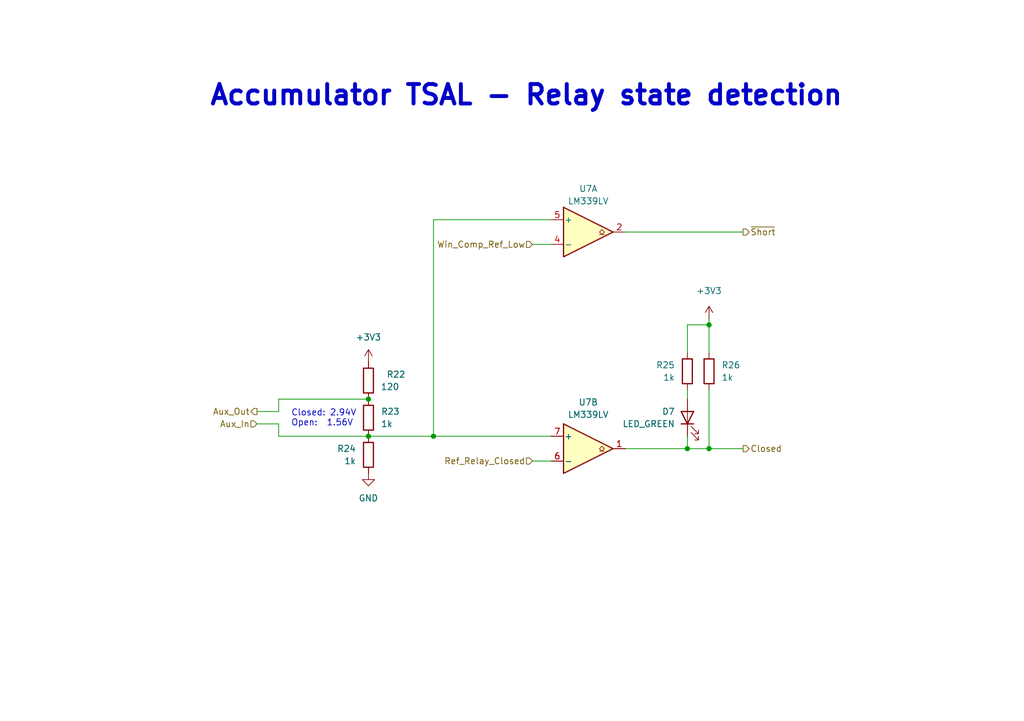
<source format=kicad_sch>
(kicad_sch (version 20231120) (generator "eeschema") (generator_version "8.0")
  (paper "A5")
  (title_block (comment 2 "Accumulator TSAL - Relay state detection"))
  (lib_symbols
    (symbol "Comparator:LM339" (pin_names (offset 0.127))
      (property "Reference" "U" (at 0 5.08 0))
      (property "Value" "LM339" (at 0 -5.08 0))
      (symbol "LM339_1_1"
        (polyline (pts (xy -5.08 5.08) (xy 5.08 0) (xy -5.08 -5.08) (xy -5.08 5.08)) (stroke (width 0.254)) (fill (type background)))
        (polyline (pts (xy 3.302 -0.508) (xy 2.794 -0.508) (xy 3.302 0) (xy 2.794 0.508) (xy 2.286 0) (xy 2.794 -0.508) (xy 2.286 -0.508)) (stroke (width 0.127)))
        (pin open_collector line (at 7.62 0 180) (length 2.54) (name "~") (number "2"))
        (pin input line (at -7.62 -2.54 0) (length 2.54) (name "-") (number "4"))
        (pin input line (at -7.62 2.54 0) (length 2.54) (name "+") (number "5"))
      )
      (symbol "LM339_2_1"
        (polyline (pts (xy -5.08 5.08) (xy 5.08 0) (xy -5.08 -5.08) (xy -5.08 5.08)) (stroke (width 0.254)) (fill (type background)))
        (polyline (pts (xy 3.302 -0.508) (xy 2.794 -0.508) (xy 3.302 0) (xy 2.794 0.508) (xy 2.286 0) (xy 2.794 -0.508) (xy 2.286 -0.508)) (stroke (width 0.127)))
        (pin open_collector line (at 7.62 0 180) (length 2.54) (name "~") (number "1"))
        (pin input line (at -7.62 -2.54 0) (length 2.54) (name "-") (number "6"))
        (pin input line (at -7.62 2.54 0) (length 2.54) (name "+") (number "7"))
      )
      (symbol "LM339_3_1"
        (polyline (pts (xy -5.08 5.08) (xy 5.08 0) (xy -5.08 -5.08) (xy -5.08 5.08)) (stroke (width 0.254)) (fill (type background)))
        (polyline (pts (xy 3.302 -0.508) (xy 2.794 -0.508) (xy 3.302 0) (xy 2.794 0.508) (xy 2.286 0) (xy 2.794 -0.508) (xy 2.286 -0.508)) (stroke (width 0.127)))
        (pin input line (at -7.62 -2.54 0) (length 2.54) (name "-") (number "10"))
        (pin input line (at -7.62 2.54 0) (length 2.54) (name "+") (number "11"))
        (pin open_collector line (at 7.62 0 180) (length 2.54) (name "~") (number "13"))
      )
      (symbol "LM339_4_1"
        (polyline (pts (xy -5.08 5.08) (xy 5.08 0) (xy -5.08 -5.08) (xy -5.08 5.08)) (stroke (width 0.254)) (fill (type background)))
        (polyline (pts (xy 3.302 -0.508) (xy 2.794 -0.508) (xy 3.302 0) (xy 2.794 0.508) (xy 2.286 0) (xy 2.794 -0.508) (xy 2.286 -0.508)) (stroke (width 0.127)))
        (pin open_collector line (at 7.62 0 180) (length 2.54) (name "~") (number "14"))
        (pin input line (at -7.62 -2.54 0) (length 2.54) (name "-") (number "8"))
        (pin input line (at -7.62 2.54 0) (length 2.54) (name "+") (number "9"))
      )
      (symbol "LM339_5_1"
        (pin power_in line (at -2.54 -7.62 90) (length 3.81) (name "V-") (number "12"))
        (pin power_in line (at -2.54 7.62 270) (length 3.81) (name "V+") (number "3"))
      )
    )
    (symbol "Device:LED" (pin_numbers hide) (pin_names (offset 1.016) hide)
      (property "Reference" "D" (at 0 2.54 0))
      (property "Value" "LED" (at 0 -2.54 0))
      (symbol "LED_0_1"
        (polyline (pts (xy -1.27 -1.27) (xy -1.27 1.27)) (stroke (width 0.254)))
        (polyline (pts (xy -1.27 0) (xy 1.27 0)))
        (polyline (pts (xy 1.27 -1.27) (xy 1.27 1.27) (xy -1.27 0) (xy 1.27 -1.27)) (stroke (width 0.254)))
        (polyline (pts (xy -3.048 -0.762) (xy -4.572 -2.286) (xy -3.81 -2.286) (xy -4.572 -2.286) (xy -4.572 -1.524)))
        (polyline (pts (xy -1.778 -0.762) (xy -3.302 -2.286) (xy -2.54 -2.286) (xy -3.302 -2.286) (xy -3.302 -1.524)))
      )
      (symbol "LED_1_1"
        (pin passive line (at -3.81 0 0) (length 2.54) (name "K") (number "1"))
        (pin passive line (at 3.81 0 180) (length 2.54) (name "A") (number "2"))
      )
    )
    (symbol "Device:R" (pin_numbers hide) (pin_names (offset 0))
      (property "Reference" "R" (at 2.032 0 90))
      (property "Value" "R" (at 0 0 90))
      (symbol "R_0_1"
        (rectangle (start -1.016 -2.54) (end 1.016 2.54) (stroke (width 0.254)))
      )
      (symbol "R_1_1"
        (pin passive line (at 0 3.81 270) (length 1.27) (name "~") (number "1"))
        (pin passive line (at 0 -3.81 90) (length 1.27) (name "~") (number "2"))
      )
    )
    (symbol "power:+3V3" (power) (pin_numbers hide) (pin_names (offset 0) hide)
      (property "Value" "+3V3" (at 0 3.556 0))
      (symbol "+3V3_0_1"
        (polyline (pts (xy -0.762 1.27) (xy 0 2.54)))
        (polyline (pts (xy 0 0) (xy 0 2.54)))
        (polyline (pts (xy 0 2.54) (xy 0.762 1.27)))
      )
      (symbol "+3V3_1_1"
        (pin power_in line (at 0 0 90) (length 0) (name "~") (number "1"))
      )
    )
    (symbol "power:GND" (power) (pin_numbers hide) (pin_names (offset 0) hide)
      (property "Value" "GND" (at 0 -3.81 0))
      (symbol "GND_0_1"
        (polyline (pts (xy 0 0) (xy 0 -1.27) (xy 1.27 -1.27) (xy 0 -2.54) (xy -1.27 -1.27) (xy 0 -1.27)))
      )
      (symbol "GND_1_1"
        (pin power_in line (at 0 0 270) (length 0) (name "~") (number "1"))
      )
    )
  )
  (junction (at 140.97 92.075))
  (junction (at 145.415 92.075))
  (junction (at 88.9 89.535))
  (junction (at 75.565 81.915))
  (junction (at 75.565 89.535))
  (junction (at 145.415 66.675))
  (wire (pts (xy 145.415 80.01) (xy 145.415 92.075)))
  (wire (pts (xy 57.15 84.455) (xy 52.705 84.455)))
  (wire (pts (xy 75.565 89.535) (xy 88.9 89.535)))
  (wire (pts (xy 145.415 66.675) (xy 145.415 72.39)))
  (wire (pts (xy 145.415 65.405) (xy 145.415 66.675)))
  (wire (pts (xy 128.27 92.075) (xy 140.97 92.075)))
  (wire (pts (xy 109.22 94.615) (xy 113.03 94.615)))
  (wire (pts (xy 128.27 47.625) (xy 152.4 47.625)))
  (wire (pts (xy 109.22 50.165) (xy 113.03 50.165)))
  (wire (pts (xy 88.9 45.085) (xy 88.9 89.535)))
  (wire (pts (xy 140.97 80.01) (xy 140.97 81.915)))
  (wire (pts (xy 145.415 92.075) (xy 152.4 92.075)))
  (wire (pts (xy 52.705 86.995) (xy 57.15 86.995)))
  (wire (pts (xy 75.565 81.915) (xy 57.15 81.915)))
  (wire (pts (xy 140.97 66.675) (xy 140.97 72.39)))
  (wire (pts (xy 57.15 89.535) (xy 75.565 89.535)))
  (wire (pts (xy 88.9 89.535) (xy 113.03 89.535)))
  (wire (pts (xy 88.9 45.085) (xy 113.03 45.085)))
  (wire (pts (xy 57.15 81.915) (xy 57.15 84.455)))
  (wire (pts (xy 57.15 86.995) (xy 57.15 89.535)))
  (wire (pts (xy 140.97 89.535) (xy 140.97 92.075)))
  (wire (pts (xy 140.97 66.675) (xy 145.415 66.675)))
  (wire (pts (xy 140.97 92.075) (xy 145.415 92.075)))
  (text "Accumulator TSAL - Relay state detection" (at 107.95 19.685 0) (effects (font (size 4 4) (bold yes))))
  (text "Closed: 2.94V\nOpen:  1.56V" (at 59.69 87.63 0) (effects (font (size 1.27 1.27)) (justify left bottom)))
  (hierarchical_label "Ref_Relay_Closed" (shape input) (at 109.22 94.615 180))
  (hierarchical_label "Aux_In" (shape input) (at 52.705 86.995 180))
  (hierarchical_label "Win_Comp_Ref_Low" (shape input) (at 109.22 50.165 180))
  (hierarchical_label "Closed" (shape output) (at 152.4 92.075 0))
  (hierarchical_label "~{Short}" (shape output) (at 152.4 47.625 0))
  (hierarchical_label "Aux_Out" (shape output) (at 52.705 84.455 180))
  (symbol (lib_id "power:+3V3") (at 145.415 65.405 0) (unit 1)
    (property "Reference" "#PWR031" (effects (hide yes)))
    (property "Value" "+3V3" (at 145.415 59.69 0))
    (property "Description" "Power symbol creates a global label with name \"+3V3\"" (effects (hide yes)))
    (instances (project "Master_FT24" (path "" (reference "#PWR031") (unit 1)) (path "" (reference "#PWR034") (unit 1)) (path "" (reference "#PWR037") (unit 1))))
  )
  (symbol (lib_id "Comparator:LM339") (at 120.65 92.075 0) (unit 2)
    (property "Reference" "U7" (at 120.65 82.55 0))
    (property "Value" "LM339LV" (at 120.65 85.09 0))
    (property "Footprint" "Package_SO:TSSOP-14_4.4x5mm_P0.65mm" (effects (hide yes)))
    (property "Datasheet" "https://www.st.com/resource/en/datasheet/lm139.pdf" (effects (hide yes)))
    (property "Description" "Quad Differential Comparators, SOIC-14/TSSOP-14" (effects (hide yes)))
    (instances (project "Master_FT24" (path "" (reference "U7") (unit 2)) (path "" (reference "U7") (unit 4)) (path "" (reference "U5") (unit 2))))
  )
  (symbol (lib_id "Device:R") (at 75.565 78.105 0) (mirror x) (unit 1)
    (property "Reference" "R22" (at 83.185 76.835 0) (effects (justify right)))
    (property "Value" "120" (at 81.915 79.375 0) (effects (justify right)))
    (property "Footprint" "Resistor_SMD:R_0603_1608Metric" (effects (hide yes)))
    (property "Description" "Resistor" (effects (hide yes)))
    (instances (project "Master_FT24" (path "" (reference "R22") (unit 1)) (path "" (reference "R27") (unit 1)) (path "" (reference "R32") (unit 1))))
  )
  (symbol (lib_id "power:+3V3") (at 75.565 74.295 0) (mirror y) (unit 1)
    (property "Reference" "#PWR029" (effects (hide yes)))
    (property "Value" "+3V3" (at 75.565 69.215 0))
    (property "Description" "Power symbol creates a global label with name \"+3V3\"" (effects (hide yes)))
    (instances (project "Master_FT24" (path "" (reference "#PWR029") (unit 1)) (path "" (reference "#PWR032") (unit 1)) (path "" (reference "#PWR035") (unit 1))))
  )
  (symbol (lib_id "power:GND") (at 75.565 97.155 0) (mirror y) (unit 1)
    (property "Reference" "#PWR030" (effects (hide yes)))
    (property "Value" "GND" (at 75.565 102.235 0))
    (property "Description" "Power symbol creates a global label with name \"GND\" , ground" (effects (hide yes)))
    (instances (project "Master_FT24" (path "" (reference "#PWR030") (unit 1)) (path "" (reference "#PWR033") (unit 1)) (path "" (reference "#PWR036") (unit 1))))
  )
  (symbol (lib_id "Comparator:LM339") (at 120.65 47.625 0) (unit 1)
    (property "Reference" "U7" (at 120.65 38.735 0))
    (property "Value" "LM339LV" (at 120.65 41.275 0))
    (property "Footprint" "Package_SO:TSSOP-14_4.4x5mm_P0.65mm" (effects (hide yes)))
    (property "Datasheet" "https://www.st.com/resource/en/datasheet/lm139.pdf" (effects (hide yes)))
    (property "Description" "Quad Differential Comparators, SOIC-14/TSSOP-14" (effects (hide yes)))
    (instances (project "Master_FT24" (path "" (reference "U7") (unit 1)) (path "" (reference "U7") (unit 3)) (path "" (reference "U5") (unit 1))))
  )
  (symbol (lib_id "Device:R") (at 75.565 93.345 0) (mirror x) (unit 1)
    (property "Reference" "R24" (at 73.025 92.0749 0) (effects (justify right)))
    (property "Value" "1k" (at 73.025 94.6149 0) (effects (justify right)))
    (property "Footprint" "Resistor_SMD:R_0603_1608Metric" (effects (hide yes)))
    (property "Description" "Resistor" (effects (hide yes)))
    (instances (project "Master_FT24" (path "" (reference "R24") (unit 1)) (path "" (reference "R29") (unit 1)) (path "" (reference "R34") (unit 1))))
  )
  (symbol (lib_id "Device:R") (at 75.565 85.725 0) (mirror y) (unit 1)
    (property "Reference" "R23" (at 78.105 84.455 0) (effects (justify right)))
    (property "Value" "1k" (at 78.105 86.995 0) (effects (justify right)))
    (property "Footprint" "Resistor_SMD:R_0603_1608Metric" (effects (hide yes)))
    (property "Description" "Resistor" (effects (hide yes)))
    (instances (project "Master_FT24" (path "" (reference "R23") (unit 1)) (path "" (reference "R28") (unit 1)) (path "" (reference "R33") (unit 1))))
  )
  (symbol (lib_id "Device:R") (at 140.97 76.2 0) (mirror x) (unit 1)
    (property "Reference" "R25" (at 138.43 74.9299 0) (effects (justify right)))
    (property "Value" "1k" (at 138.43 77.4699 0) (effects (justify right)))
    (property "Footprint" "Resistor_SMD:R_0603_1608Metric" (effects (hide yes)))
    (property "Description" "Resistor" (effects (hide yes)))
    (instances (project "Master_FT24" (path "" (reference "R25") (unit 1)) (path "" (reference "R30") (unit 1)) (path "" (reference "R35") (unit 1))))
  )
  (symbol (lib_id "Device:R") (at 145.415 76.2 0) (unit 1)
    (property "Reference" "R26" (at 147.955 74.9299 0) (effects (justify left)))
    (property "Value" "1k" (at 147.955 77.4699 0) (effects (justify left)))
    (property "Footprint" "Resistor_SMD:R_0603_1608Metric" (effects (hide yes)))
    (property "Description" "Resistor" (effects (hide yes)))
    (instances (project "Master_FT24" (path "" (reference "R26") (unit 1)) (path "" (reference "R31") (unit 1)) (path "" (reference "R36") (unit 1))))
  )
  (symbol (lib_id "Device:LED") (at 140.97 85.725 90) (unit 1)
    (property "Reference" "D7" (at 138.43 84.455 90) (effects (justify left)))
    (property "Value" "LED_GREEN" (at 138.43 86.995 90) (effects (justify left)))
    (property "Footprint" "LED_SMD:LED_0603_1608Metric" (effects (hide yes)))
    (property "Description" "Light emitting diode" (effects (hide yes)))
    (instances (project "Master_FT24" (path "" (reference "D7") (unit 1)) (path "" (reference "D8") (unit 1)) (path "" (reference "D9") (unit 1))))
  )
)
</source>
